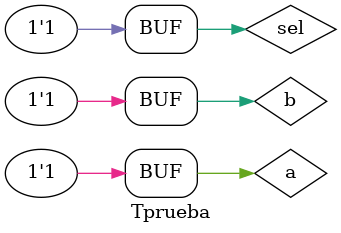
<source format=v>
`timescale 1ns / 1ps


module Tprueba;

	// Inputs
	reg a;
	reg b;
	reg sel;

	// Outputs
	wire s;

	// Instantiate the Unit Under Test (UUT)
	Vprueba1 uut (
		.a(a), 
		.b(b), 
		.sel(sel), 
		.s(s)
	);

	initial begin
		// Initialize Inputs
		a = 0;
		b = 0;
		sel = 0;
		#10;
			// Initialize Inputs
		a = 1;
		b = 0;
		sel = 0;
		#10;
			// Initialize Inputs
		a = 0;
		b = 1;
		sel = 0;
		#10;
			// Initialize Inputs
		a = 1;
		b = 1;
		sel = 0;
		#10;
			// Initialize Inputs
		a = 0;
		b = 0;
		sel = 1;
		#10;
			// Initialize Inputs
		a = 1;
		b = 0;
		sel = 1;
		#10;
			// Initialize Inputs
		a = 0;
		b = 1;
		sel = 1;
		#10;
			// Initialize Inputs
		a = 1;
		b = 1;
		sel = 1;
		#10;
        
		// Add stimulus here

	end
      
endmodule


</source>
